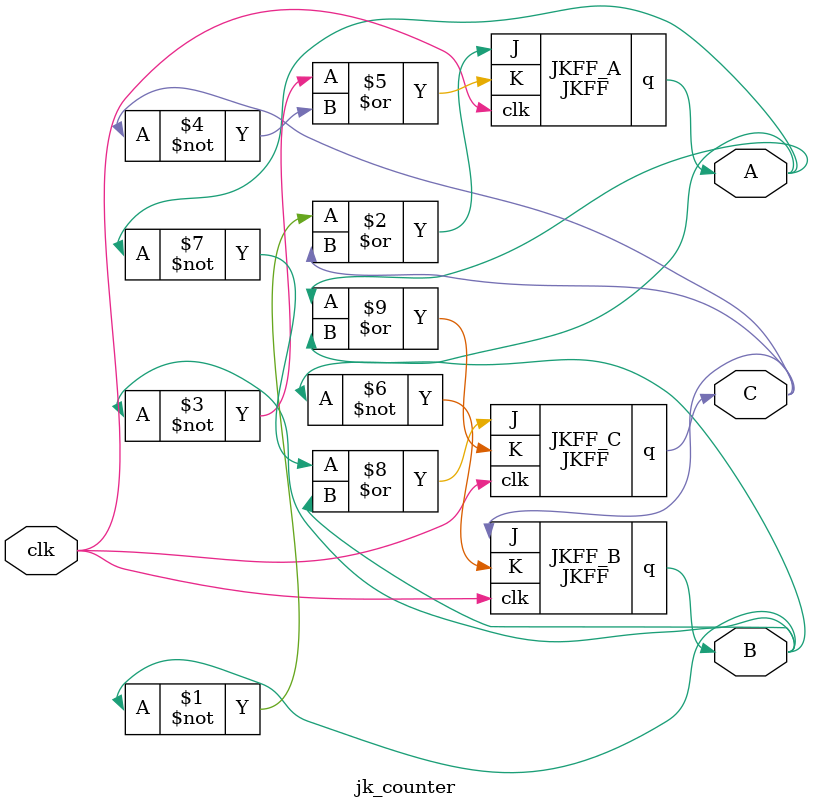
<source format=v>

module JKFF (
    input J,
    input K,
    input clk,
    output reg q
);
    always @(posedge clk) begin
        if (J == 1'b0 && K == 1'b0) begin
            q <= q; // No change
        end else if (J == 1'b0 && K == 1'b1) begin
            q <= 1'b0; // Reset
        end else if (J == 1'b1 && K == 1'b0) begin
            q <= 1'b1; // Set
        end else if (J == 1'b1 && K == 1'b1) begin
            q <= ~q; // Toggle
        end
    end
endmodule

// Define the JK counter module
module jk_counter (
    output A,  // Output bit A
    output B,  // Output bit B
    output C,  // Output bit C
    input clk  // Clock input
);

    // Instantiate the first JK flip-flop for output A
    // The J and K inputs are controlled by (~B) | C and (~B) | (~C) respectively
    JKFF JKFF_A (
        .J((~B) | C),   // J input for JKFF_A
        .K((~B) | (~C)), // K input for JKFF_A
        .clk(clk),      // Clock input for JKFF_A
        .q(A)           // Output A
    );

    // Instantiate the second JK flip-flop for output B
    // The J and K inputs are controlled by C and ~A respectively
    JKFF JKFF_B (
        .J(C),          // J input for JKFF_B
        .K(~A),         // K input for JKFF_B
        .clk(clk),      // Clock input for JKFF_B
        .q(B)           // Output B
    );

    // Instantiate the third JK flip-flop for output C
    // The J and K inputs are controlled by (~A) | B and A | B respectively
    JKFF JKFF_C (
        .J((~A) | B),   // J input for JKFF_C
        .K(A | B),      // K input for JKFF_C
        .clk(clk),      // Clock input for JKFF_C
        .q(C)           // Output C
    );

endmodule


</source>
